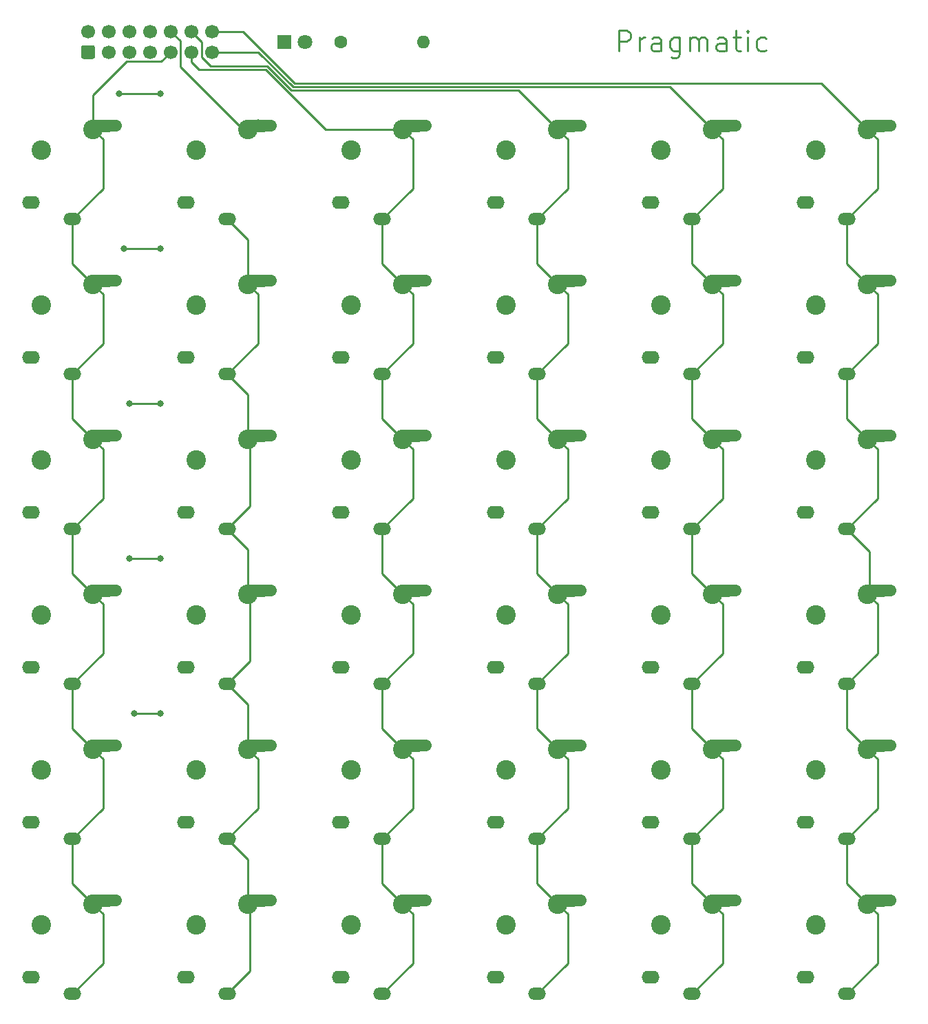
<source format=gbr>
%TF.GenerationSoftware,KiCad,Pcbnew,(5.1.10-1-10_14)*%
%TF.CreationDate,2021-11-08T13:36:25+08:00*%
%TF.ProjectId,Pragmatic,50726167-6d61-4746-9963-2e6b69636164,0.1*%
%TF.SameCoordinates,Original*%
%TF.FileFunction,Copper,L1,Top*%
%TF.FilePolarity,Positive*%
%FSLAX46Y46*%
G04 Gerber Fmt 4.6, Leading zero omitted, Abs format (unit mm)*
G04 Created by KiCad (PCBNEW (5.1.10-1-10_14)) date 2021-11-08 13:36:25*
%MOMM*%
%LPD*%
G01*
G04 APERTURE LIST*
%ADD10C,0.254000*%
%TA.AperFunction,ComponentPad*%
%ADD11O,1.600000X1.600000*%
%TD*%
%TA.AperFunction,ComponentPad*%
%ADD12C,1.600000*%
%TD*%
%TA.AperFunction,ComponentPad*%
%ADD13C,1.700000*%
%TD*%
%TA.AperFunction,ComponentPad*%
%ADD14C,1.800000*%
%TD*%
%TA.AperFunction,ComponentPad*%
%ADD15R,1.800000X1.800000*%
%TD*%
%TA.AperFunction,ComponentPad*%
%ADD16C,2.400000*%
%TD*%
%TA.AperFunction,ComponentPad*%
%ADD17O,2.200000X1.600000*%
%TD*%
%TA.AperFunction,ComponentPad*%
%ADD18O,2.200000X1.500000*%
%TD*%
%TA.AperFunction,ViaPad*%
%ADD19C,0.800000*%
%TD*%
%TA.AperFunction,Conductor*%
%ADD20C,0.250000*%
%TD*%
G04 APERTURE END LIST*
%TO.C,REF\u002A\u002A*%
D10*
X124339047Y-42424047D02*
X124339047Y-39884047D01*
X125306666Y-39884047D01*
X125548571Y-40005000D01*
X125669523Y-40125952D01*
X125790476Y-40367857D01*
X125790476Y-40730714D01*
X125669523Y-40972619D01*
X125548571Y-41093571D01*
X125306666Y-41214523D01*
X124339047Y-41214523D01*
X126879047Y-42424047D02*
X126879047Y-40730714D01*
X126879047Y-41214523D02*
X127000000Y-40972619D01*
X127120952Y-40851666D01*
X127362857Y-40730714D01*
X127604761Y-40730714D01*
X129540000Y-42424047D02*
X129540000Y-41093571D01*
X129419047Y-40851666D01*
X129177142Y-40730714D01*
X128693333Y-40730714D01*
X128451428Y-40851666D01*
X129540000Y-42303095D02*
X129298095Y-42424047D01*
X128693333Y-42424047D01*
X128451428Y-42303095D01*
X128330476Y-42061190D01*
X128330476Y-41819285D01*
X128451428Y-41577380D01*
X128693333Y-41456428D01*
X129298095Y-41456428D01*
X129540000Y-41335476D01*
X131838095Y-40730714D02*
X131838095Y-42786904D01*
X131717142Y-43028809D01*
X131596190Y-43149761D01*
X131354285Y-43270714D01*
X130991428Y-43270714D01*
X130749523Y-43149761D01*
X131838095Y-42303095D02*
X131596190Y-42424047D01*
X131112380Y-42424047D01*
X130870476Y-42303095D01*
X130749523Y-42182142D01*
X130628571Y-41940238D01*
X130628571Y-41214523D01*
X130749523Y-40972619D01*
X130870476Y-40851666D01*
X131112380Y-40730714D01*
X131596190Y-40730714D01*
X131838095Y-40851666D01*
X133047619Y-42424047D02*
X133047619Y-40730714D01*
X133047619Y-40972619D02*
X133168571Y-40851666D01*
X133410476Y-40730714D01*
X133773333Y-40730714D01*
X134015238Y-40851666D01*
X134136190Y-41093571D01*
X134136190Y-42424047D01*
X134136190Y-41093571D02*
X134257142Y-40851666D01*
X134499047Y-40730714D01*
X134861904Y-40730714D01*
X135103809Y-40851666D01*
X135224761Y-41093571D01*
X135224761Y-42424047D01*
X137522857Y-42424047D02*
X137522857Y-41093571D01*
X137401904Y-40851666D01*
X137160000Y-40730714D01*
X136676190Y-40730714D01*
X136434285Y-40851666D01*
X137522857Y-42303095D02*
X137280952Y-42424047D01*
X136676190Y-42424047D01*
X136434285Y-42303095D01*
X136313333Y-42061190D01*
X136313333Y-41819285D01*
X136434285Y-41577380D01*
X136676190Y-41456428D01*
X137280952Y-41456428D01*
X137522857Y-41335476D01*
X138369523Y-40730714D02*
X139337142Y-40730714D01*
X138732380Y-39884047D02*
X138732380Y-42061190D01*
X138853333Y-42303095D01*
X139095238Y-42424047D01*
X139337142Y-42424047D01*
X140183809Y-42424047D02*
X140183809Y-40730714D01*
X140183809Y-39884047D02*
X140062857Y-40005000D01*
X140183809Y-40125952D01*
X140304761Y-40005000D01*
X140183809Y-39884047D01*
X140183809Y-40125952D01*
X142481904Y-42303095D02*
X142240000Y-42424047D01*
X141756190Y-42424047D01*
X141514285Y-42303095D01*
X141393333Y-42182142D01*
X141272380Y-41940238D01*
X141272380Y-41214523D01*
X141393333Y-40972619D01*
X141514285Y-40851666D01*
X141756190Y-40730714D01*
X142240000Y-40730714D01*
X142481904Y-40851666D01*
%TD*%
D11*
%TO.P,R1,2*%
%TO.N,VCC*%
X100330000Y-41275000D03*
D12*
%TO.P,R1,1*%
%TO.N,Net-(D37-Pad2)*%
X90170000Y-41275000D03*
%TD*%
D13*
%TO.P,J1,14*%
%TO.N,Col6*%
X74295000Y-40005000D03*
%TO.P,J1,12*%
%TO.N,Col4*%
X71755000Y-40005000D03*
%TO.P,J1,10*%
%TO.N,Col2*%
X69215000Y-40005000D03*
%TO.P,J1,8*%
%TO.N,Row6*%
X66675000Y-40005000D03*
%TO.P,J1,6*%
%TO.N,Row4*%
X64135000Y-40005000D03*
%TO.P,J1,4*%
%TO.N,Row2*%
X61595000Y-40005000D03*
%TO.P,J1,2*%
%TO.N,Ground*%
X59055000Y-40005000D03*
%TO.P,J1,13*%
%TO.N,Col5*%
X74295000Y-42545000D03*
%TO.P,J1,11*%
%TO.N,Col3*%
X71755000Y-42545000D03*
%TO.P,J1,9*%
%TO.N,Col1*%
X69215000Y-42545000D03*
%TO.P,J1,7*%
%TO.N,Row5*%
X66675000Y-42545000D03*
%TO.P,J1,5*%
%TO.N,Row3*%
X64135000Y-42545000D03*
%TO.P,J1,3*%
%TO.N,Row1*%
X61595000Y-42545000D03*
%TO.P,J1,1*%
%TO.N,VCC*%
%TA.AperFunction,ComponentPad*%
G36*
G01*
X59655000Y-43395000D02*
X58455000Y-43395000D01*
G75*
G02*
X58205000Y-43145000I0J250000D01*
G01*
X58205000Y-41945000D01*
G75*
G02*
X58455000Y-41695000I250000J0D01*
G01*
X59655000Y-41695000D01*
G75*
G02*
X59905000Y-41945000I0J-250000D01*
G01*
X59905000Y-43145000D01*
G75*
G02*
X59655000Y-43395000I-250000J0D01*
G01*
G37*
%TD.AperFunction*%
%TD*%
D14*
%TO.P,D37,2*%
%TO.N,Net-(D37-Pad2)*%
X85725000Y-41275000D03*
D15*
%TO.P,D37,1*%
%TO.N,Ground*%
X83185000Y-41275000D03*
%TD*%
D16*
%TO.P,SW9,2*%
%TO.N,Col3*%
X97790000Y-71120000D03*
%TA.AperFunction,ComponentPad*%
G36*
G01*
X96950126Y-70678797D02*
X96950126Y-70678797D01*
G75*
G02*
X97693552Y-69922281I749971J6545D01*
G01*
X100593442Y-69896975D01*
G75*
G02*
X101349958Y-70640401I6545J-749971D01*
G01*
X101349958Y-70640401D01*
G75*
G02*
X100606532Y-71396917I-749971J-6545D01*
G01*
X97706642Y-71422223D01*
G75*
G02*
X96950126Y-70678797I-6545J749971D01*
G01*
G37*
%TD.AperFunction*%
D17*
%TO.P,SW9,1*%
%TO.N,Net-(D9-Pad2)*%
X90150000Y-80100000D03*
D18*
%TO.P,SW9,2*%
%TO.N,Col3*%
X95250000Y-82100000D03*
D16*
%TO.P,SW9,1*%
%TO.N,Net-(D9-Pad2)*%
X91440000Y-73660000D03*
%TD*%
%TO.P,SW3,2*%
%TO.N,Col3*%
X97790000Y-52070000D03*
%TA.AperFunction,ComponentPad*%
G36*
G01*
X96950126Y-51628797D02*
X96950126Y-51628797D01*
G75*
G02*
X97693552Y-50872281I749971J6545D01*
G01*
X100593442Y-50846975D01*
G75*
G02*
X101349958Y-51590401I6545J-749971D01*
G01*
X101349958Y-51590401D01*
G75*
G02*
X100606532Y-52346917I-749971J-6545D01*
G01*
X97706642Y-52372223D01*
G75*
G02*
X96950126Y-51628797I-6545J749971D01*
G01*
G37*
%TD.AperFunction*%
D17*
%TO.P,SW3,1*%
%TO.N,Net-(D3-Pad2)*%
X90150000Y-61050000D03*
D18*
%TO.P,SW3,2*%
%TO.N,Col3*%
X95250000Y-63050000D03*
D16*
%TO.P,SW3,1*%
%TO.N,Net-(D3-Pad2)*%
X91440000Y-54610000D03*
%TD*%
%TO.P,SW2,2*%
%TO.N,Col2*%
X78740000Y-52070000D03*
%TA.AperFunction,ComponentPad*%
G36*
G01*
X77900126Y-51628797D02*
X77900126Y-51628797D01*
G75*
G02*
X78643552Y-50872281I749971J6545D01*
G01*
X81543442Y-50846975D01*
G75*
G02*
X82299958Y-51590401I6545J-749971D01*
G01*
X82299958Y-51590401D01*
G75*
G02*
X81556532Y-52346917I-749971J-6545D01*
G01*
X78656642Y-52372223D01*
G75*
G02*
X77900126Y-51628797I-6545J749971D01*
G01*
G37*
%TD.AperFunction*%
D17*
%TO.P,SW2,1*%
%TO.N,Net-(D2-Pad2)*%
X71100000Y-61050000D03*
D18*
%TO.P,SW2,2*%
%TO.N,Col2*%
X76200000Y-63050000D03*
D16*
%TO.P,SW2,1*%
%TO.N,Net-(D2-Pad2)*%
X72390000Y-54610000D03*
%TD*%
%TO.P,SW29,2*%
%TO.N,Col5*%
X135890000Y-128270000D03*
%TA.AperFunction,ComponentPad*%
G36*
G01*
X135050126Y-127828797D02*
X135050126Y-127828797D01*
G75*
G02*
X135793552Y-127072281I749971J6545D01*
G01*
X138693442Y-127046975D01*
G75*
G02*
X139449958Y-127790401I6545J-749971D01*
G01*
X139449958Y-127790401D01*
G75*
G02*
X138706532Y-128546917I-749971J-6545D01*
G01*
X135806642Y-128572223D01*
G75*
G02*
X135050126Y-127828797I-6545J749971D01*
G01*
G37*
%TD.AperFunction*%
D17*
%TO.P,SW29,1*%
%TO.N,Net-(D29-Pad2)*%
X128250000Y-137250000D03*
D18*
%TO.P,SW29,2*%
%TO.N,Col5*%
X133350000Y-139250000D03*
D16*
%TO.P,SW29,1*%
%TO.N,Net-(D29-Pad2)*%
X129540000Y-130810000D03*
%TD*%
%TO.P,SW28,2*%
%TO.N,Col4*%
X116840000Y-128270000D03*
%TA.AperFunction,ComponentPad*%
G36*
G01*
X116000126Y-127828797D02*
X116000126Y-127828797D01*
G75*
G02*
X116743552Y-127072281I749971J6545D01*
G01*
X119643442Y-127046975D01*
G75*
G02*
X120399958Y-127790401I6545J-749971D01*
G01*
X120399958Y-127790401D01*
G75*
G02*
X119656532Y-128546917I-749971J-6545D01*
G01*
X116756642Y-128572223D01*
G75*
G02*
X116000126Y-127828797I-6545J749971D01*
G01*
G37*
%TD.AperFunction*%
D17*
%TO.P,SW28,1*%
%TO.N,Net-(D28-Pad2)*%
X109200000Y-137250000D03*
D18*
%TO.P,SW28,2*%
%TO.N,Col4*%
X114300000Y-139250000D03*
D16*
%TO.P,SW28,1*%
%TO.N,Net-(D28-Pad2)*%
X110490000Y-130810000D03*
%TD*%
%TO.P,SW24,2*%
%TO.N,Col6*%
X154940000Y-109220000D03*
%TA.AperFunction,ComponentPad*%
G36*
G01*
X154100126Y-108778797D02*
X154100126Y-108778797D01*
G75*
G02*
X154843552Y-108022281I749971J6545D01*
G01*
X157743442Y-107996975D01*
G75*
G02*
X158499958Y-108740401I6545J-749971D01*
G01*
X158499958Y-108740401D01*
G75*
G02*
X157756532Y-109496917I-749971J-6545D01*
G01*
X154856642Y-109522223D01*
G75*
G02*
X154100126Y-108778797I-6545J749971D01*
G01*
G37*
%TD.AperFunction*%
D17*
%TO.P,SW24,1*%
%TO.N,Net-(D24-Pad2)*%
X147300000Y-118200000D03*
D18*
%TO.P,SW24,2*%
%TO.N,Col6*%
X152400000Y-120200000D03*
D16*
%TO.P,SW24,1*%
%TO.N,Net-(D24-Pad2)*%
X148590000Y-111760000D03*
%TD*%
%TO.P,SW36,2*%
%TO.N,Col6*%
X154940000Y-147320000D03*
%TA.AperFunction,ComponentPad*%
G36*
G01*
X154100126Y-146878797D02*
X154100126Y-146878797D01*
G75*
G02*
X154843552Y-146122281I749971J6545D01*
G01*
X157743442Y-146096975D01*
G75*
G02*
X158499958Y-146840401I6545J-749971D01*
G01*
X158499958Y-146840401D01*
G75*
G02*
X157756532Y-147596917I-749971J-6545D01*
G01*
X154856642Y-147622223D01*
G75*
G02*
X154100126Y-146878797I-6545J749971D01*
G01*
G37*
%TD.AperFunction*%
D17*
%TO.P,SW36,1*%
%TO.N,Net-(D36-Pad2)*%
X147300000Y-156300000D03*
D18*
%TO.P,SW36,2*%
%TO.N,Col6*%
X152400000Y-158300000D03*
D16*
%TO.P,SW36,1*%
%TO.N,Net-(D36-Pad2)*%
X148590000Y-149860000D03*
%TD*%
%TO.P,SW35,2*%
%TO.N,Col5*%
X135890000Y-147320000D03*
%TA.AperFunction,ComponentPad*%
G36*
G01*
X135050126Y-146878797D02*
X135050126Y-146878797D01*
G75*
G02*
X135793552Y-146122281I749971J6545D01*
G01*
X138693442Y-146096975D01*
G75*
G02*
X139449958Y-146840401I6545J-749971D01*
G01*
X139449958Y-146840401D01*
G75*
G02*
X138706532Y-147596917I-749971J-6545D01*
G01*
X135806642Y-147622223D01*
G75*
G02*
X135050126Y-146878797I-6545J749971D01*
G01*
G37*
%TD.AperFunction*%
D17*
%TO.P,SW35,1*%
%TO.N,Net-(D35-Pad2)*%
X128250000Y-156300000D03*
D18*
%TO.P,SW35,2*%
%TO.N,Col5*%
X133350000Y-158300000D03*
D16*
%TO.P,SW35,1*%
%TO.N,Net-(D35-Pad2)*%
X129540000Y-149860000D03*
%TD*%
%TO.P,SW34,2*%
%TO.N,Col4*%
X116840000Y-147320000D03*
%TA.AperFunction,ComponentPad*%
G36*
G01*
X116000126Y-146878797D02*
X116000126Y-146878797D01*
G75*
G02*
X116743552Y-146122281I749971J6545D01*
G01*
X119643442Y-146096975D01*
G75*
G02*
X120399958Y-146840401I6545J-749971D01*
G01*
X120399958Y-146840401D01*
G75*
G02*
X119656532Y-147596917I-749971J-6545D01*
G01*
X116756642Y-147622223D01*
G75*
G02*
X116000126Y-146878797I-6545J749971D01*
G01*
G37*
%TD.AperFunction*%
D17*
%TO.P,SW34,1*%
%TO.N,Net-(D34-Pad2)*%
X109200000Y-156300000D03*
D18*
%TO.P,SW34,2*%
%TO.N,Col4*%
X114300000Y-158300000D03*
D16*
%TO.P,SW34,1*%
%TO.N,Net-(D34-Pad2)*%
X110490000Y-149860000D03*
%TD*%
%TO.P,SW33,2*%
%TO.N,Col3*%
X97790000Y-147320000D03*
%TA.AperFunction,ComponentPad*%
G36*
G01*
X96950126Y-146878797D02*
X96950126Y-146878797D01*
G75*
G02*
X97693552Y-146122281I749971J6545D01*
G01*
X100593442Y-146096975D01*
G75*
G02*
X101349958Y-146840401I6545J-749971D01*
G01*
X101349958Y-146840401D01*
G75*
G02*
X100606532Y-147596917I-749971J-6545D01*
G01*
X97706642Y-147622223D01*
G75*
G02*
X96950126Y-146878797I-6545J749971D01*
G01*
G37*
%TD.AperFunction*%
D17*
%TO.P,SW33,1*%
%TO.N,Net-(D33-Pad2)*%
X90150000Y-156300000D03*
D18*
%TO.P,SW33,2*%
%TO.N,Col3*%
X95250000Y-158300000D03*
D16*
%TO.P,SW33,1*%
%TO.N,Net-(D33-Pad2)*%
X91440000Y-149860000D03*
%TD*%
%TO.P,SW32,2*%
%TO.N,Col2*%
X78740000Y-147320000D03*
%TA.AperFunction,ComponentPad*%
G36*
G01*
X77900126Y-146878797D02*
X77900126Y-146878797D01*
G75*
G02*
X78643552Y-146122281I749971J6545D01*
G01*
X81543442Y-146096975D01*
G75*
G02*
X82299958Y-146840401I6545J-749971D01*
G01*
X82299958Y-146840401D01*
G75*
G02*
X81556532Y-147596917I-749971J-6545D01*
G01*
X78656642Y-147622223D01*
G75*
G02*
X77900126Y-146878797I-6545J749971D01*
G01*
G37*
%TD.AperFunction*%
D17*
%TO.P,SW32,1*%
%TO.N,Net-(D32-Pad2)*%
X71100000Y-156300000D03*
D18*
%TO.P,SW32,2*%
%TO.N,Col2*%
X76200000Y-158300000D03*
D16*
%TO.P,SW32,1*%
%TO.N,Net-(D32-Pad2)*%
X72390000Y-149860000D03*
%TD*%
%TO.P,SW31,2*%
%TO.N,Col1*%
X59690000Y-147320000D03*
%TA.AperFunction,ComponentPad*%
G36*
G01*
X58850126Y-146878797D02*
X58850126Y-146878797D01*
G75*
G02*
X59593552Y-146122281I749971J6545D01*
G01*
X62493442Y-146096975D01*
G75*
G02*
X63249958Y-146840401I6545J-749971D01*
G01*
X63249958Y-146840401D01*
G75*
G02*
X62506532Y-147596917I-749971J-6545D01*
G01*
X59606642Y-147622223D01*
G75*
G02*
X58850126Y-146878797I-6545J749971D01*
G01*
G37*
%TD.AperFunction*%
D17*
%TO.P,SW31,1*%
%TO.N,Net-(D31-Pad2)*%
X52050000Y-156300000D03*
D18*
%TO.P,SW31,2*%
%TO.N,Col1*%
X57150000Y-158300000D03*
D16*
%TO.P,SW31,1*%
%TO.N,Net-(D31-Pad2)*%
X53340000Y-149860000D03*
%TD*%
%TO.P,SW30,2*%
%TO.N,Col6*%
X154940000Y-128270000D03*
%TA.AperFunction,ComponentPad*%
G36*
G01*
X154100126Y-127828797D02*
X154100126Y-127828797D01*
G75*
G02*
X154843552Y-127072281I749971J6545D01*
G01*
X157743442Y-127046975D01*
G75*
G02*
X158499958Y-127790401I6545J-749971D01*
G01*
X158499958Y-127790401D01*
G75*
G02*
X157756532Y-128546917I-749971J-6545D01*
G01*
X154856642Y-128572223D01*
G75*
G02*
X154100126Y-127828797I-6545J749971D01*
G01*
G37*
%TD.AperFunction*%
D17*
%TO.P,SW30,1*%
%TO.N,Net-(D30-Pad2)*%
X147300000Y-137250000D03*
D18*
%TO.P,SW30,2*%
%TO.N,Col6*%
X152400000Y-139250000D03*
D16*
%TO.P,SW30,1*%
%TO.N,Net-(D30-Pad2)*%
X148590000Y-130810000D03*
%TD*%
%TO.P,SW27,2*%
%TO.N,Col3*%
X97790000Y-128270000D03*
%TA.AperFunction,ComponentPad*%
G36*
G01*
X96950126Y-127828797D02*
X96950126Y-127828797D01*
G75*
G02*
X97693552Y-127072281I749971J6545D01*
G01*
X100593442Y-127046975D01*
G75*
G02*
X101349958Y-127790401I6545J-749971D01*
G01*
X101349958Y-127790401D01*
G75*
G02*
X100606532Y-128546917I-749971J-6545D01*
G01*
X97706642Y-128572223D01*
G75*
G02*
X96950126Y-127828797I-6545J749971D01*
G01*
G37*
%TD.AperFunction*%
D17*
%TO.P,SW27,1*%
%TO.N,Net-(D27-Pad2)*%
X90150000Y-137250000D03*
D18*
%TO.P,SW27,2*%
%TO.N,Col3*%
X95250000Y-139250000D03*
D16*
%TO.P,SW27,1*%
%TO.N,Net-(D27-Pad2)*%
X91440000Y-130810000D03*
%TD*%
%TO.P,SW26,2*%
%TO.N,Col2*%
X78740000Y-128270000D03*
%TA.AperFunction,ComponentPad*%
G36*
G01*
X77900126Y-127828797D02*
X77900126Y-127828797D01*
G75*
G02*
X78643552Y-127072281I749971J6545D01*
G01*
X81543442Y-127046975D01*
G75*
G02*
X82299958Y-127790401I6545J-749971D01*
G01*
X82299958Y-127790401D01*
G75*
G02*
X81556532Y-128546917I-749971J-6545D01*
G01*
X78656642Y-128572223D01*
G75*
G02*
X77900126Y-127828797I-6545J749971D01*
G01*
G37*
%TD.AperFunction*%
D17*
%TO.P,SW26,1*%
%TO.N,Net-(D26-Pad2)*%
X71100000Y-137250000D03*
D18*
%TO.P,SW26,2*%
%TO.N,Col2*%
X76200000Y-139250000D03*
D16*
%TO.P,SW26,1*%
%TO.N,Net-(D26-Pad2)*%
X72390000Y-130810000D03*
%TD*%
%TO.P,SW25,2*%
%TO.N,Col1*%
X59690000Y-128270000D03*
%TA.AperFunction,ComponentPad*%
G36*
G01*
X58850126Y-127828797D02*
X58850126Y-127828797D01*
G75*
G02*
X59593552Y-127072281I749971J6545D01*
G01*
X62493442Y-127046975D01*
G75*
G02*
X63249958Y-127790401I6545J-749971D01*
G01*
X63249958Y-127790401D01*
G75*
G02*
X62506532Y-128546917I-749971J-6545D01*
G01*
X59606642Y-128572223D01*
G75*
G02*
X58850126Y-127828797I-6545J749971D01*
G01*
G37*
%TD.AperFunction*%
D17*
%TO.P,SW25,1*%
%TO.N,Net-(D25-Pad2)*%
X52050000Y-137250000D03*
D18*
%TO.P,SW25,2*%
%TO.N,Col1*%
X57150000Y-139250000D03*
D16*
%TO.P,SW25,1*%
%TO.N,Net-(D25-Pad2)*%
X53340000Y-130810000D03*
%TD*%
%TO.P,SW23,2*%
%TO.N,Col5*%
X135890000Y-109220000D03*
%TA.AperFunction,ComponentPad*%
G36*
G01*
X135050126Y-108778797D02*
X135050126Y-108778797D01*
G75*
G02*
X135793552Y-108022281I749971J6545D01*
G01*
X138693442Y-107996975D01*
G75*
G02*
X139449958Y-108740401I6545J-749971D01*
G01*
X139449958Y-108740401D01*
G75*
G02*
X138706532Y-109496917I-749971J-6545D01*
G01*
X135806642Y-109522223D01*
G75*
G02*
X135050126Y-108778797I-6545J749971D01*
G01*
G37*
%TD.AperFunction*%
D17*
%TO.P,SW23,1*%
%TO.N,Net-(D23-Pad2)*%
X128250000Y-118200000D03*
D18*
%TO.P,SW23,2*%
%TO.N,Col5*%
X133350000Y-120200000D03*
D16*
%TO.P,SW23,1*%
%TO.N,Net-(D23-Pad2)*%
X129540000Y-111760000D03*
%TD*%
%TO.P,SW22,2*%
%TO.N,Col4*%
X116840000Y-109220000D03*
%TA.AperFunction,ComponentPad*%
G36*
G01*
X116000126Y-108778797D02*
X116000126Y-108778797D01*
G75*
G02*
X116743552Y-108022281I749971J6545D01*
G01*
X119643442Y-107996975D01*
G75*
G02*
X120399958Y-108740401I6545J-749971D01*
G01*
X120399958Y-108740401D01*
G75*
G02*
X119656532Y-109496917I-749971J-6545D01*
G01*
X116756642Y-109522223D01*
G75*
G02*
X116000126Y-108778797I-6545J749971D01*
G01*
G37*
%TD.AperFunction*%
D17*
%TO.P,SW22,1*%
%TO.N,Net-(D22-Pad2)*%
X109200000Y-118200000D03*
D18*
%TO.P,SW22,2*%
%TO.N,Col4*%
X114300000Y-120200000D03*
D16*
%TO.P,SW22,1*%
%TO.N,Net-(D22-Pad2)*%
X110490000Y-111760000D03*
%TD*%
%TO.P,SW21,2*%
%TO.N,Col3*%
X97790000Y-109220000D03*
%TA.AperFunction,ComponentPad*%
G36*
G01*
X96950126Y-108778797D02*
X96950126Y-108778797D01*
G75*
G02*
X97693552Y-108022281I749971J6545D01*
G01*
X100593442Y-107996975D01*
G75*
G02*
X101349958Y-108740401I6545J-749971D01*
G01*
X101349958Y-108740401D01*
G75*
G02*
X100606532Y-109496917I-749971J-6545D01*
G01*
X97706642Y-109522223D01*
G75*
G02*
X96950126Y-108778797I-6545J749971D01*
G01*
G37*
%TD.AperFunction*%
D17*
%TO.P,SW21,1*%
%TO.N,Net-(D21-Pad2)*%
X90150000Y-118200000D03*
D18*
%TO.P,SW21,2*%
%TO.N,Col3*%
X95250000Y-120200000D03*
D16*
%TO.P,SW21,1*%
%TO.N,Net-(D21-Pad2)*%
X91440000Y-111760000D03*
%TD*%
%TO.P,SW20,2*%
%TO.N,Col2*%
X78740000Y-109220000D03*
%TA.AperFunction,ComponentPad*%
G36*
G01*
X77900126Y-108778797D02*
X77900126Y-108778797D01*
G75*
G02*
X78643552Y-108022281I749971J6545D01*
G01*
X81543442Y-107996975D01*
G75*
G02*
X82299958Y-108740401I6545J-749971D01*
G01*
X82299958Y-108740401D01*
G75*
G02*
X81556532Y-109496917I-749971J-6545D01*
G01*
X78656642Y-109522223D01*
G75*
G02*
X77900126Y-108778797I-6545J749971D01*
G01*
G37*
%TD.AperFunction*%
D17*
%TO.P,SW20,1*%
%TO.N,Net-(D20-Pad2)*%
X71100000Y-118200000D03*
D18*
%TO.P,SW20,2*%
%TO.N,Col2*%
X76200000Y-120200000D03*
D16*
%TO.P,SW20,1*%
%TO.N,Net-(D20-Pad2)*%
X72390000Y-111760000D03*
%TD*%
%TO.P,SW19,2*%
%TO.N,Col1*%
X59690000Y-109220000D03*
%TA.AperFunction,ComponentPad*%
G36*
G01*
X58850126Y-108778797D02*
X58850126Y-108778797D01*
G75*
G02*
X59593552Y-108022281I749971J6545D01*
G01*
X62493442Y-107996975D01*
G75*
G02*
X63249958Y-108740401I6545J-749971D01*
G01*
X63249958Y-108740401D01*
G75*
G02*
X62506532Y-109496917I-749971J-6545D01*
G01*
X59606642Y-109522223D01*
G75*
G02*
X58850126Y-108778797I-6545J749971D01*
G01*
G37*
%TD.AperFunction*%
D17*
%TO.P,SW19,1*%
%TO.N,Net-(D19-Pad2)*%
X52050000Y-118200000D03*
D18*
%TO.P,SW19,2*%
%TO.N,Col1*%
X57150000Y-120200000D03*
D16*
%TO.P,SW19,1*%
%TO.N,Net-(D19-Pad2)*%
X53340000Y-111760000D03*
%TD*%
%TO.P,SW18,2*%
%TO.N,Col6*%
X154940000Y-90170000D03*
%TA.AperFunction,ComponentPad*%
G36*
G01*
X154100126Y-89728797D02*
X154100126Y-89728797D01*
G75*
G02*
X154843552Y-88972281I749971J6545D01*
G01*
X157743442Y-88946975D01*
G75*
G02*
X158499958Y-89690401I6545J-749971D01*
G01*
X158499958Y-89690401D01*
G75*
G02*
X157756532Y-90446917I-749971J-6545D01*
G01*
X154856642Y-90472223D01*
G75*
G02*
X154100126Y-89728797I-6545J749971D01*
G01*
G37*
%TD.AperFunction*%
D17*
%TO.P,SW18,1*%
%TO.N,Net-(D18-Pad2)*%
X147300000Y-99150000D03*
D18*
%TO.P,SW18,2*%
%TO.N,Col6*%
X152400000Y-101150000D03*
D16*
%TO.P,SW18,1*%
%TO.N,Net-(D18-Pad2)*%
X148590000Y-92710000D03*
%TD*%
%TO.P,SW17,2*%
%TO.N,Col5*%
X135890000Y-90170000D03*
%TA.AperFunction,ComponentPad*%
G36*
G01*
X135050126Y-89728797D02*
X135050126Y-89728797D01*
G75*
G02*
X135793552Y-88972281I749971J6545D01*
G01*
X138693442Y-88946975D01*
G75*
G02*
X139449958Y-89690401I6545J-749971D01*
G01*
X139449958Y-89690401D01*
G75*
G02*
X138706532Y-90446917I-749971J-6545D01*
G01*
X135806642Y-90472223D01*
G75*
G02*
X135050126Y-89728797I-6545J749971D01*
G01*
G37*
%TD.AperFunction*%
D17*
%TO.P,SW17,1*%
%TO.N,Net-(D17-Pad2)*%
X128250000Y-99150000D03*
D18*
%TO.P,SW17,2*%
%TO.N,Col5*%
X133350000Y-101150000D03*
D16*
%TO.P,SW17,1*%
%TO.N,Net-(D17-Pad2)*%
X129540000Y-92710000D03*
%TD*%
%TO.P,SW16,2*%
%TO.N,Col4*%
X116840000Y-90170000D03*
%TA.AperFunction,ComponentPad*%
G36*
G01*
X116000126Y-89728797D02*
X116000126Y-89728797D01*
G75*
G02*
X116743552Y-88972281I749971J6545D01*
G01*
X119643442Y-88946975D01*
G75*
G02*
X120399958Y-89690401I6545J-749971D01*
G01*
X120399958Y-89690401D01*
G75*
G02*
X119656532Y-90446917I-749971J-6545D01*
G01*
X116756642Y-90472223D01*
G75*
G02*
X116000126Y-89728797I-6545J749971D01*
G01*
G37*
%TD.AperFunction*%
D17*
%TO.P,SW16,1*%
%TO.N,Net-(D16-Pad2)*%
X109200000Y-99150000D03*
D18*
%TO.P,SW16,2*%
%TO.N,Col4*%
X114300000Y-101150000D03*
D16*
%TO.P,SW16,1*%
%TO.N,Net-(D16-Pad2)*%
X110490000Y-92710000D03*
%TD*%
%TO.P,SW15,2*%
%TO.N,Col3*%
X97790000Y-90170000D03*
%TA.AperFunction,ComponentPad*%
G36*
G01*
X96950126Y-89728797D02*
X96950126Y-89728797D01*
G75*
G02*
X97693552Y-88972281I749971J6545D01*
G01*
X100593442Y-88946975D01*
G75*
G02*
X101349958Y-89690401I6545J-749971D01*
G01*
X101349958Y-89690401D01*
G75*
G02*
X100606532Y-90446917I-749971J-6545D01*
G01*
X97706642Y-90472223D01*
G75*
G02*
X96950126Y-89728797I-6545J749971D01*
G01*
G37*
%TD.AperFunction*%
D17*
%TO.P,SW15,1*%
%TO.N,Net-(D15-Pad2)*%
X90150000Y-99150000D03*
D18*
%TO.P,SW15,2*%
%TO.N,Col3*%
X95250000Y-101150000D03*
D16*
%TO.P,SW15,1*%
%TO.N,Net-(D15-Pad2)*%
X91440000Y-92710000D03*
%TD*%
%TO.P,SW14,2*%
%TO.N,Col2*%
X78740000Y-90170000D03*
%TA.AperFunction,ComponentPad*%
G36*
G01*
X77900126Y-89728797D02*
X77900126Y-89728797D01*
G75*
G02*
X78643552Y-88972281I749971J6545D01*
G01*
X81543442Y-88946975D01*
G75*
G02*
X82299958Y-89690401I6545J-749971D01*
G01*
X82299958Y-89690401D01*
G75*
G02*
X81556532Y-90446917I-749971J-6545D01*
G01*
X78656642Y-90472223D01*
G75*
G02*
X77900126Y-89728797I-6545J749971D01*
G01*
G37*
%TD.AperFunction*%
D17*
%TO.P,SW14,1*%
%TO.N,Net-(D14-Pad2)*%
X71100000Y-99150000D03*
D18*
%TO.P,SW14,2*%
%TO.N,Col2*%
X76200000Y-101150000D03*
D16*
%TO.P,SW14,1*%
%TO.N,Net-(D14-Pad2)*%
X72390000Y-92710000D03*
%TD*%
%TO.P,SW13,2*%
%TO.N,Col1*%
X59690000Y-90170000D03*
%TA.AperFunction,ComponentPad*%
G36*
G01*
X58850126Y-89728797D02*
X58850126Y-89728797D01*
G75*
G02*
X59593552Y-88972281I749971J6545D01*
G01*
X62493442Y-88946975D01*
G75*
G02*
X63249958Y-89690401I6545J-749971D01*
G01*
X63249958Y-89690401D01*
G75*
G02*
X62506532Y-90446917I-749971J-6545D01*
G01*
X59606642Y-90472223D01*
G75*
G02*
X58850126Y-89728797I-6545J749971D01*
G01*
G37*
%TD.AperFunction*%
D17*
%TO.P,SW13,1*%
%TO.N,Net-(D13-Pad2)*%
X52050000Y-99150000D03*
D18*
%TO.P,SW13,2*%
%TO.N,Col1*%
X57150000Y-101150000D03*
D16*
%TO.P,SW13,1*%
%TO.N,Net-(D13-Pad2)*%
X53340000Y-92710000D03*
%TD*%
%TO.P,SW12,2*%
%TO.N,Col6*%
X154940000Y-71120000D03*
%TA.AperFunction,ComponentPad*%
G36*
G01*
X154100126Y-70678797D02*
X154100126Y-70678797D01*
G75*
G02*
X154843552Y-69922281I749971J6545D01*
G01*
X157743442Y-69896975D01*
G75*
G02*
X158499958Y-70640401I6545J-749971D01*
G01*
X158499958Y-70640401D01*
G75*
G02*
X157756532Y-71396917I-749971J-6545D01*
G01*
X154856642Y-71422223D01*
G75*
G02*
X154100126Y-70678797I-6545J749971D01*
G01*
G37*
%TD.AperFunction*%
D17*
%TO.P,SW12,1*%
%TO.N,Net-(D12-Pad2)*%
X147300000Y-80100000D03*
D18*
%TO.P,SW12,2*%
%TO.N,Col6*%
X152400000Y-82100000D03*
D16*
%TO.P,SW12,1*%
%TO.N,Net-(D12-Pad2)*%
X148590000Y-73660000D03*
%TD*%
%TO.P,SW11,2*%
%TO.N,Col5*%
X135890000Y-71120000D03*
%TA.AperFunction,ComponentPad*%
G36*
G01*
X135050126Y-70678797D02*
X135050126Y-70678797D01*
G75*
G02*
X135793552Y-69922281I749971J6545D01*
G01*
X138693442Y-69896975D01*
G75*
G02*
X139449958Y-70640401I6545J-749971D01*
G01*
X139449958Y-70640401D01*
G75*
G02*
X138706532Y-71396917I-749971J-6545D01*
G01*
X135806642Y-71422223D01*
G75*
G02*
X135050126Y-70678797I-6545J749971D01*
G01*
G37*
%TD.AperFunction*%
D17*
%TO.P,SW11,1*%
%TO.N,Net-(D11-Pad2)*%
X128250000Y-80100000D03*
D18*
%TO.P,SW11,2*%
%TO.N,Col5*%
X133350000Y-82100000D03*
D16*
%TO.P,SW11,1*%
%TO.N,Net-(D11-Pad2)*%
X129540000Y-73660000D03*
%TD*%
%TO.P,SW10,2*%
%TO.N,Col4*%
X116840000Y-71120000D03*
%TA.AperFunction,ComponentPad*%
G36*
G01*
X116000126Y-70678797D02*
X116000126Y-70678797D01*
G75*
G02*
X116743552Y-69922281I749971J6545D01*
G01*
X119643442Y-69896975D01*
G75*
G02*
X120399958Y-70640401I6545J-749971D01*
G01*
X120399958Y-70640401D01*
G75*
G02*
X119656532Y-71396917I-749971J-6545D01*
G01*
X116756642Y-71422223D01*
G75*
G02*
X116000126Y-70678797I-6545J749971D01*
G01*
G37*
%TD.AperFunction*%
D17*
%TO.P,SW10,1*%
%TO.N,Net-(D10-Pad2)*%
X109200000Y-80100000D03*
D18*
%TO.P,SW10,2*%
%TO.N,Col4*%
X114300000Y-82100000D03*
D16*
%TO.P,SW10,1*%
%TO.N,Net-(D10-Pad2)*%
X110490000Y-73660000D03*
%TD*%
%TO.P,SW8,2*%
%TO.N,Col2*%
X78740000Y-71120000D03*
%TA.AperFunction,ComponentPad*%
G36*
G01*
X77900126Y-70678797D02*
X77900126Y-70678797D01*
G75*
G02*
X78643552Y-69922281I749971J6545D01*
G01*
X81543442Y-69896975D01*
G75*
G02*
X82299958Y-70640401I6545J-749971D01*
G01*
X82299958Y-70640401D01*
G75*
G02*
X81556532Y-71396917I-749971J-6545D01*
G01*
X78656642Y-71422223D01*
G75*
G02*
X77900126Y-70678797I-6545J749971D01*
G01*
G37*
%TD.AperFunction*%
D17*
%TO.P,SW8,1*%
%TO.N,Net-(D8-Pad2)*%
X71100000Y-80100000D03*
D18*
%TO.P,SW8,2*%
%TO.N,Col2*%
X76200000Y-82100000D03*
D16*
%TO.P,SW8,1*%
%TO.N,Net-(D8-Pad2)*%
X72390000Y-73660000D03*
%TD*%
%TO.P,SW7,2*%
%TO.N,Col1*%
X59690000Y-71120000D03*
%TA.AperFunction,ComponentPad*%
G36*
G01*
X58850126Y-70678797D02*
X58850126Y-70678797D01*
G75*
G02*
X59593552Y-69922281I749971J6545D01*
G01*
X62493442Y-69896975D01*
G75*
G02*
X63249958Y-70640401I6545J-749971D01*
G01*
X63249958Y-70640401D01*
G75*
G02*
X62506532Y-71396917I-749971J-6545D01*
G01*
X59606642Y-71422223D01*
G75*
G02*
X58850126Y-70678797I-6545J749971D01*
G01*
G37*
%TD.AperFunction*%
D17*
%TO.P,SW7,1*%
%TO.N,Net-(D7-Pad2)*%
X52050000Y-80100000D03*
D18*
%TO.P,SW7,2*%
%TO.N,Col1*%
X57150000Y-82100000D03*
D16*
%TO.P,SW7,1*%
%TO.N,Net-(D7-Pad2)*%
X53340000Y-73660000D03*
%TD*%
%TO.P,SW6,2*%
%TO.N,Col6*%
X154940000Y-52070000D03*
%TA.AperFunction,ComponentPad*%
G36*
G01*
X154100126Y-51628797D02*
X154100126Y-51628797D01*
G75*
G02*
X154843552Y-50872281I749971J6545D01*
G01*
X157743442Y-50846975D01*
G75*
G02*
X158499958Y-51590401I6545J-749971D01*
G01*
X158499958Y-51590401D01*
G75*
G02*
X157756532Y-52346917I-749971J-6545D01*
G01*
X154856642Y-52372223D01*
G75*
G02*
X154100126Y-51628797I-6545J749971D01*
G01*
G37*
%TD.AperFunction*%
D17*
%TO.P,SW6,1*%
%TO.N,Net-(D6-Pad2)*%
X147300000Y-61050000D03*
D18*
%TO.P,SW6,2*%
%TO.N,Col6*%
X152400000Y-63050000D03*
D16*
%TO.P,SW6,1*%
%TO.N,Net-(D6-Pad2)*%
X148590000Y-54610000D03*
%TD*%
%TO.P,SW5,2*%
%TO.N,Col5*%
X135890000Y-52070000D03*
%TA.AperFunction,ComponentPad*%
G36*
G01*
X135050126Y-51628797D02*
X135050126Y-51628797D01*
G75*
G02*
X135793552Y-50872281I749971J6545D01*
G01*
X138693442Y-50846975D01*
G75*
G02*
X139449958Y-51590401I6545J-749971D01*
G01*
X139449958Y-51590401D01*
G75*
G02*
X138706532Y-52346917I-749971J-6545D01*
G01*
X135806642Y-52372223D01*
G75*
G02*
X135050126Y-51628797I-6545J749971D01*
G01*
G37*
%TD.AperFunction*%
D17*
%TO.P,SW5,1*%
%TO.N,Net-(D5-Pad2)*%
X128250000Y-61050000D03*
D18*
%TO.P,SW5,2*%
%TO.N,Col5*%
X133350000Y-63050000D03*
D16*
%TO.P,SW5,1*%
%TO.N,Net-(D5-Pad2)*%
X129540000Y-54610000D03*
%TD*%
%TO.P,SW4,2*%
%TO.N,Col4*%
X116840000Y-52070000D03*
%TA.AperFunction,ComponentPad*%
G36*
G01*
X116000126Y-51628797D02*
X116000126Y-51628797D01*
G75*
G02*
X116743552Y-50872281I749971J6545D01*
G01*
X119643442Y-50846975D01*
G75*
G02*
X120399958Y-51590401I6545J-749971D01*
G01*
X120399958Y-51590401D01*
G75*
G02*
X119656532Y-52346917I-749971J-6545D01*
G01*
X116756642Y-52372223D01*
G75*
G02*
X116000126Y-51628797I-6545J749971D01*
G01*
G37*
%TD.AperFunction*%
D17*
%TO.P,SW4,1*%
%TO.N,Net-(D4-Pad2)*%
X109200000Y-61050000D03*
D18*
%TO.P,SW4,2*%
%TO.N,Col4*%
X114300000Y-63050000D03*
D16*
%TO.P,SW4,1*%
%TO.N,Net-(D4-Pad2)*%
X110490000Y-54610000D03*
%TD*%
%TO.P,SW1,2*%
%TO.N,Col1*%
X59690000Y-52070000D03*
%TA.AperFunction,ComponentPad*%
G36*
G01*
X58850126Y-51628797D02*
X58850126Y-51628797D01*
G75*
G02*
X59593552Y-50872281I749971J6545D01*
G01*
X62493442Y-50846975D01*
G75*
G02*
X63249958Y-51590401I6545J-749971D01*
G01*
X63249958Y-51590401D01*
G75*
G02*
X62506532Y-52346917I-749971J-6545D01*
G01*
X59606642Y-52372223D01*
G75*
G02*
X58850126Y-51628797I-6545J749971D01*
G01*
G37*
%TD.AperFunction*%
D17*
%TO.P,SW1,1*%
%TO.N,Net-(D1-Pad2)*%
X52050000Y-61050000D03*
D18*
%TO.P,SW1,2*%
%TO.N,Col1*%
X57150000Y-63050000D03*
D16*
%TO.P,SW1,1*%
%TO.N,Net-(D1-Pad2)*%
X53340000Y-54610000D03*
%TD*%
D19*
%TO.N,Row1*%
X67945000Y-47624988D03*
X62864986Y-47625000D03*
%TO.N,Row2*%
X67945000Y-66675000D03*
X63500018Y-66675000D03*
%TO.N,Row4*%
X67945000Y-104775000D03*
X64135000Y-104775000D03*
%TO.N,Row5*%
X67945000Y-123825000D03*
X64769994Y-123825000D03*
%TO.N,Row3*%
X67945000Y-85725000D03*
X64135000Y-85725000D03*
%TD*%
D20*
%TO.N,Row1*%
X67945000Y-47624988D02*
X62864998Y-47624988D01*
X62864998Y-47624988D02*
X62864986Y-47625000D01*
%TO.N,Col1*%
X60889999Y-59310001D02*
X57150000Y-63050000D01*
X60889999Y-53269999D02*
X60889999Y-59310001D01*
X59690000Y-52070000D02*
X60889999Y-53269999D01*
X57150000Y-68580000D02*
X59690000Y-71120000D01*
X57150000Y-63050000D02*
X57150000Y-68580000D01*
X60889999Y-78360001D02*
X57150000Y-82100000D01*
X60889999Y-72319999D02*
X60889999Y-78360001D01*
X59690000Y-71120000D02*
X60889999Y-72319999D01*
X57150000Y-87630000D02*
X59690000Y-90170000D01*
X57150000Y-82100000D02*
X57150000Y-87630000D01*
X60889999Y-97410001D02*
X57150000Y-101150000D01*
X60889999Y-91369999D02*
X60889999Y-97410001D01*
X59690000Y-90170000D02*
X60889999Y-91369999D01*
X57150000Y-106680000D02*
X59690000Y-109220000D01*
X57150000Y-101150000D02*
X57150000Y-106680000D01*
X60889999Y-116460001D02*
X57150000Y-120200000D01*
X60889999Y-110419999D02*
X60889999Y-116460001D01*
X59690000Y-109220000D02*
X60889999Y-110419999D01*
X57150000Y-125730000D02*
X59690000Y-128270000D01*
X57150000Y-120200000D02*
X57150000Y-125730000D01*
X60889999Y-135510001D02*
X57150000Y-139250000D01*
X60889999Y-129469999D02*
X60889999Y-135510001D01*
X59690000Y-128270000D02*
X60889999Y-129469999D01*
X57150000Y-144780000D02*
X59690000Y-147320000D01*
X57150000Y-139250000D02*
X57150000Y-144780000D01*
X60889999Y-154560001D02*
X57150000Y-158300000D01*
X60889999Y-148519999D02*
X60889999Y-154560001D01*
X59690000Y-147320000D02*
X60889999Y-148519999D01*
X63791997Y-43720001D02*
X59690000Y-47821998D01*
X68039999Y-43720001D02*
X63791997Y-43720001D01*
X59690000Y-47821998D02*
X59690000Y-52070000D01*
X69215000Y-42545000D02*
X68039999Y-43720001D01*
%TO.N,Row2*%
X67945000Y-66675000D02*
X63500018Y-66675000D01*
%TO.N,Col5*%
X137089999Y-59310001D02*
X133350000Y-63050000D01*
X137089999Y-53269999D02*
X137089999Y-59310001D01*
X135890000Y-52070000D02*
X137089999Y-53269999D01*
X133350000Y-68580000D02*
X135890000Y-71120000D01*
X133350000Y-63050000D02*
X133350000Y-68580000D01*
X137089999Y-78360001D02*
X133350000Y-82100000D01*
X137089999Y-72319999D02*
X137089999Y-78360001D01*
X135890000Y-71120000D02*
X137089999Y-72319999D01*
X133350000Y-87630000D02*
X135890000Y-90170000D01*
X133350000Y-82100000D02*
X133350000Y-87630000D01*
X137089999Y-97410001D02*
X133350000Y-101150000D01*
X137089999Y-91369999D02*
X137089999Y-97410001D01*
X135890000Y-90170000D02*
X137089999Y-91369999D01*
X133350000Y-106680000D02*
X135890000Y-109220000D01*
X133350000Y-101150000D02*
X133350000Y-106680000D01*
X137089999Y-116460001D02*
X133350000Y-120200000D01*
X137089999Y-110419999D02*
X137089999Y-116460001D01*
X135890000Y-109220000D02*
X137089999Y-110419999D01*
X133350000Y-125730000D02*
X135890000Y-128270000D01*
X133350000Y-120200000D02*
X133350000Y-125730000D01*
X137089999Y-135510001D02*
X133350000Y-139250000D01*
X137089999Y-129469999D02*
X137089999Y-135510001D01*
X135890000Y-128270000D02*
X137089999Y-129469999D01*
X133350000Y-144780000D02*
X135890000Y-147320000D01*
X133350000Y-139250000D02*
X133350000Y-144780000D01*
X137089999Y-154560001D02*
X133350000Y-158300000D01*
X137089999Y-148519999D02*
X137089999Y-154560001D01*
X135890000Y-147320000D02*
X137089999Y-148519999D01*
X80012820Y-42545000D02*
X84272830Y-46805011D01*
X130625011Y-46805011D02*
X135890000Y-52070000D01*
X74295000Y-42545000D02*
X80012820Y-42545000D01*
X84272830Y-46805011D02*
X130625011Y-46805011D01*
%TO.N,Col4*%
X118039999Y-53269999D02*
X118039999Y-59310001D01*
X118039999Y-59310001D02*
X114300000Y-63050000D01*
X116840000Y-52070000D02*
X118039999Y-53269999D01*
X118039999Y-78360001D02*
X114300000Y-82100000D01*
X118039999Y-72319999D02*
X118039999Y-78360001D01*
X116840000Y-71120000D02*
X118039999Y-72319999D01*
X114300000Y-87630000D02*
X116840000Y-90170000D01*
X114300000Y-82100000D02*
X114300000Y-87630000D01*
X118039999Y-97410001D02*
X114300000Y-101150000D01*
X118039999Y-91369999D02*
X118039999Y-97410001D01*
X116840000Y-90170000D02*
X118039999Y-91369999D01*
X114300000Y-106680000D02*
X116840000Y-109220000D01*
X114300000Y-101150000D02*
X114300000Y-106680000D01*
X118039999Y-116460001D02*
X114300000Y-120200000D01*
X118039999Y-110419999D02*
X118039999Y-116460001D01*
X116840000Y-109220000D02*
X118039999Y-110419999D01*
X114300000Y-125730000D02*
X116840000Y-128270000D01*
X114300000Y-120200000D02*
X114300000Y-125730000D01*
X118039999Y-135510001D02*
X114300000Y-139250000D01*
X118039999Y-129469999D02*
X118039999Y-135510001D01*
X116840000Y-128270000D02*
X118039999Y-129469999D01*
X114300000Y-144780000D02*
X116840000Y-147320000D01*
X114300000Y-139250000D02*
X114300000Y-144780000D01*
X118039999Y-154560001D02*
X114300000Y-158300000D01*
X118039999Y-148519999D02*
X118039999Y-154560001D01*
X116840000Y-147320000D02*
X118039999Y-148519999D01*
X114300000Y-68580000D02*
X116840000Y-71120000D01*
X114300000Y-63050000D02*
X114300000Y-68580000D01*
X73025000Y-43180000D02*
X74110011Y-44265011D01*
X112025022Y-47255022D02*
X116840000Y-52070000D01*
X71755000Y-40005000D02*
X73025000Y-41275000D01*
X84086430Y-47255022D02*
X112025022Y-47255022D01*
X74110011Y-44265011D02*
X81096421Y-44265011D01*
X73025000Y-41275000D02*
X73025000Y-43180000D01*
X81096421Y-44265011D02*
X84086430Y-47255022D01*
%TO.N,Col3*%
X98989999Y-59310001D02*
X95250000Y-63050000D01*
X98989999Y-53269999D02*
X98989999Y-59310001D01*
X97790000Y-52070000D02*
X98989999Y-53269999D01*
X95250000Y-68580000D02*
X97790000Y-71120000D01*
X95250000Y-63050000D02*
X95250000Y-68580000D01*
X98989999Y-78360001D02*
X95250000Y-82100000D01*
X98989999Y-72319999D02*
X98989999Y-78360001D01*
X97790000Y-71120000D02*
X98989999Y-72319999D01*
X95250000Y-87630000D02*
X97790000Y-90170000D01*
X95250000Y-82100000D02*
X95250000Y-87630000D01*
X98989999Y-97410001D02*
X95250000Y-101150000D01*
X98989999Y-91369999D02*
X98989999Y-97410001D01*
X97790000Y-90170000D02*
X98989999Y-91369999D01*
X95250000Y-106680000D02*
X97790000Y-109220000D01*
X95250000Y-101150000D02*
X95250000Y-106680000D01*
X98989999Y-116460001D02*
X95250000Y-120200000D01*
X98989999Y-110419999D02*
X98989999Y-116460001D01*
X97790000Y-109220000D02*
X98989999Y-110419999D01*
X95250000Y-125730000D02*
X97790000Y-128270000D01*
X95250000Y-120200000D02*
X95250000Y-125730000D01*
X98989999Y-135510001D02*
X95250000Y-139250000D01*
X98989999Y-129469999D02*
X98989999Y-135510001D01*
X97790000Y-128270000D02*
X98989999Y-129469999D01*
X95250000Y-144780000D02*
X97790000Y-147320000D01*
X95250000Y-139250000D02*
X95250000Y-144780000D01*
X98989999Y-154560001D02*
X95250000Y-158300000D01*
X98989999Y-148519999D02*
X98989999Y-154560001D01*
X97790000Y-147320000D02*
X98989999Y-148519999D01*
X71755000Y-42545000D02*
X71755000Y-43747081D01*
X72722941Y-44715022D02*
X80910022Y-44715022D01*
X71755000Y-43747081D02*
X72722941Y-44715022D01*
X88265000Y-52070000D02*
X97790000Y-52070000D01*
X80910022Y-44715022D02*
X88265000Y-52070000D01*
%TO.N,Col2*%
X78975001Y-147555001D02*
X78740000Y-147320000D01*
X78975001Y-155524999D02*
X78975001Y-147555001D01*
X76200000Y-158300000D02*
X78975001Y-155524999D01*
X78740000Y-141790000D02*
X76200000Y-139250000D01*
X78740000Y-147320000D02*
X78740000Y-141790000D01*
X79939999Y-129469999D02*
X78740000Y-128270000D01*
X79939999Y-135510001D02*
X79939999Y-129469999D01*
X76200000Y-139250000D02*
X79939999Y-135510001D01*
X78740000Y-122740000D02*
X76200000Y-120200000D01*
X78740000Y-128270000D02*
X78740000Y-122740000D01*
X78975001Y-109455001D02*
X78740000Y-109220000D01*
X78975001Y-117424999D02*
X78975001Y-109455001D01*
X76200000Y-120200000D02*
X78975001Y-117424999D01*
X78740000Y-103690000D02*
X76200000Y-101150000D01*
X78740000Y-109220000D02*
X78740000Y-103690000D01*
X78975001Y-90405001D02*
X78740000Y-90170000D01*
X78975001Y-98374999D02*
X78975001Y-90405001D01*
X76200000Y-101150000D02*
X78975001Y-98374999D01*
X78740000Y-84640000D02*
X76200000Y-82100000D01*
X78740000Y-90170000D02*
X78740000Y-84640000D01*
X79939999Y-72319999D02*
X78740000Y-71120000D01*
X79939999Y-78360001D02*
X79939999Y-72319999D01*
X76200000Y-82100000D02*
X79939999Y-78360001D01*
X78740000Y-65590000D02*
X76200000Y-63050000D01*
X78740000Y-71120000D02*
X78740000Y-65590000D01*
X79939999Y-50870001D02*
X78740000Y-52070000D01*
X70390001Y-41180001D02*
X70390001Y-44355001D01*
X69215000Y-40005000D02*
X70390001Y-41180001D01*
X77635000Y-51600000D02*
X81200000Y-51600000D01*
X70390001Y-44355001D02*
X77635000Y-51600000D01*
%TO.N,Col6*%
X156139999Y-59310001D02*
X152400000Y-63050000D01*
X156139999Y-53269999D02*
X156139999Y-59310001D01*
X154940000Y-52070000D02*
X156139999Y-53269999D01*
X152400000Y-68580000D02*
X154940000Y-71120000D01*
X152400000Y-63050000D02*
X152400000Y-68580000D01*
X156139999Y-78360001D02*
X152400000Y-82100000D01*
X156139999Y-72319999D02*
X156139999Y-78360001D01*
X154940000Y-71120000D02*
X156139999Y-72319999D01*
X152400000Y-87630000D02*
X154940000Y-90170000D01*
X152400000Y-82100000D02*
X152400000Y-87630000D01*
X156139999Y-97410001D02*
X152400000Y-101150000D01*
X156139999Y-91369999D02*
X156139999Y-97410001D01*
X154940000Y-90170000D02*
X156139999Y-91369999D01*
X155175001Y-108984999D02*
X154940000Y-109220000D01*
X155175001Y-103925001D02*
X155175001Y-108984999D01*
X152400000Y-101150000D02*
X155175001Y-103925001D01*
X156139999Y-116460001D02*
X152400000Y-120200000D01*
X156139999Y-110419999D02*
X156139999Y-116460001D01*
X154940000Y-109220000D02*
X156139999Y-110419999D01*
X152400000Y-125730000D02*
X154940000Y-128270000D01*
X152400000Y-120200000D02*
X152400000Y-125730000D01*
X156139999Y-135510001D02*
X152400000Y-139250000D01*
X156139999Y-129469999D02*
X156139999Y-135510001D01*
X154940000Y-128270000D02*
X156139999Y-129469999D01*
X152400000Y-144780000D02*
X154940000Y-147320000D01*
X152400000Y-139250000D02*
X152400000Y-144780000D01*
X156139999Y-148519999D02*
X156139999Y-154560001D01*
X156139999Y-154560001D02*
X152400000Y-158300000D01*
X154940000Y-147320000D02*
X156139999Y-148519999D01*
X149225000Y-46355000D02*
X154940000Y-52070000D01*
X84459230Y-46355000D02*
X149225000Y-46355000D01*
X78109230Y-40005000D02*
X84459230Y-46355000D01*
X74295000Y-40005000D02*
X78109230Y-40005000D01*
%TO.N,Row4*%
X67945000Y-104775000D02*
X64135000Y-104775000D01*
%TO.N,Row5*%
X67945000Y-123825000D02*
X64769994Y-123825000D01*
%TO.N,Row3*%
X67945000Y-85725000D02*
X64135000Y-85725000D01*
%TD*%
M02*

</source>
